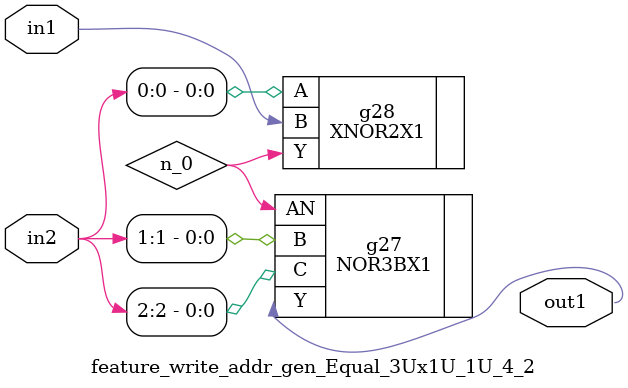
<source format=v>
`timescale 1ps / 1ps


module feature_write_addr_gen_Equal_3Ux1U_1U_4_2(in2, in1, out1);
  input [2:0] in2;
  input in1;
  output out1;
  wire [2:0] in2;
  wire in1;
  wire out1;
  wire n_0;
  NOR3BX1 g27(.AN (n_0), .B (in2[1]), .C (in2[2]), .Y (out1));
  XNOR2X1 g28(.A (in2[0]), .B (in1), .Y (n_0));
endmodule



</source>
